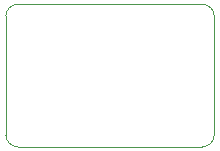
<source format=gm1>
G04 #@! TF.FileFunction,Profile,NP*
%FSLAX46Y46*%
G04 Gerber Fmt 4.6, Leading zero omitted, Abs format (unit mm)*
G04 Created by KiCad (PCBNEW 4.0.0-rc2-stable) date 12/28/2015 10:24:42 PM*
%MOMM*%
G01*
G04 APERTURE LIST*
%ADD10C,0.100000*%
G04 APERTURE END LIST*
D10*
X104394000Y-128651000D02*
X104521000Y-128651000D01*
X120015000Y-128651000D02*
X104521000Y-128651000D01*
X121031000Y-117602000D02*
X121031000Y-127635000D01*
X104394000Y-116586000D02*
X120015000Y-116586000D01*
X103378000Y-127635000D02*
X103378000Y-117602000D01*
X104394000Y-116586000D02*
G75*
G03X103378000Y-117602000I0J-1016000D01*
G01*
X103378000Y-127635000D02*
G75*
G03X104394000Y-128651000I1016000J0D01*
G01*
X120015000Y-128651000D02*
G75*
G03X121031000Y-127635000I0J1016000D01*
G01*
X121031000Y-117602000D02*
G75*
G03X120015000Y-116586000I-1016000J0D01*
G01*
M02*

</source>
